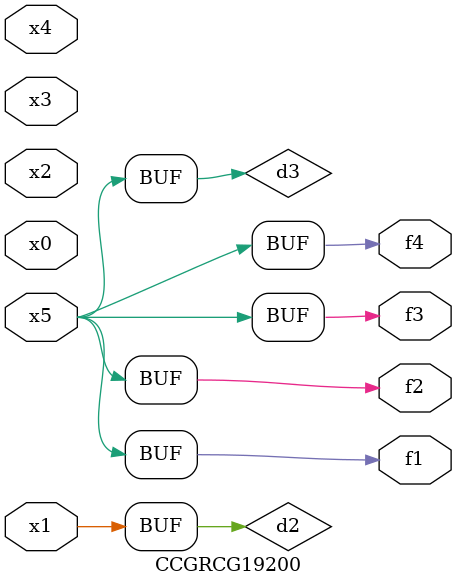
<source format=v>
module CCGRCG19200(
	input x0, x1, x2, x3, x4, x5,
	output f1, f2, f3, f4
);

	wire d1, d2, d3;

	not (d1, x5);
	or (d2, x1);
	xnor (d3, d1);
	assign f1 = d3;
	assign f2 = d3;
	assign f3 = d3;
	assign f4 = d3;
endmodule

</source>
